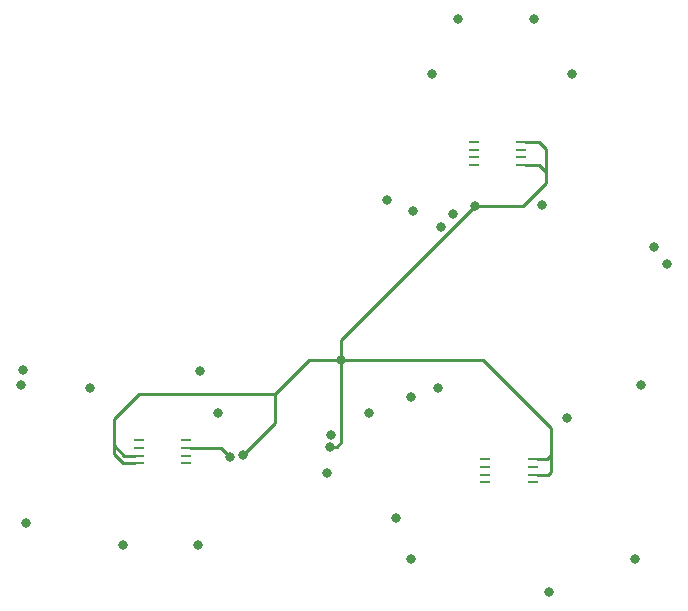
<source format=gbr>
%TF.GenerationSoftware,KiCad,Pcbnew,(5.1.12)-1*%
%TF.CreationDate,2022-11-07T03:47:31-06:00*%
%TF.ProjectId,perovskite_contact_board,7065726f-7673-46b6-9974-655f636f6e74,rev?*%
%TF.SameCoordinates,Original*%
%TF.FileFunction,Copper,L3,Inr*%
%TF.FilePolarity,Positive*%
%FSLAX46Y46*%
G04 Gerber Fmt 4.6, Leading zero omitted, Abs format (unit mm)*
G04 Created by KiCad (PCBNEW (5.1.12)-1) date 2022-11-07 03:47:31*
%MOMM*%
%LPD*%
G01*
G04 APERTURE LIST*
%TA.AperFunction,ComponentPad*%
%ADD10O,1.000000X0.250000*%
%TD*%
%TA.AperFunction,ViaPad*%
%ADD11C,0.800000*%
%TD*%
%TA.AperFunction,Conductor*%
%ADD12C,0.250000*%
%TD*%
G04 APERTURE END LIST*
D10*
%TO.N,GND*%
%TO.C,U6*%
X211050120Y-58744760D03*
%TO.N,Vdd*%
X215050120Y-58744760D03*
%TO.N,Alert3*%
X211050120Y-58094760D03*
%TO.N,GND*%
X215050120Y-58094760D03*
%TO.N,SCL*%
X211050120Y-57444760D03*
%TO.N,GND*%
X215050120Y-57444760D03*
%TO.N,SDA*%
X211050120Y-56794760D03*
%TO.N,Vdd*%
X215050120Y-56794760D03*
%TD*%
%TO.N,GND*%
%TO.C,U5*%
X212030560Y-85597640D03*
X216030560Y-85597640D03*
%TO.N,Alert2*%
X212030560Y-84947640D03*
%TO.N,Vdd*%
X216030560Y-84947640D03*
%TO.N,SCL*%
X212030560Y-84297640D03*
%TO.N,GND*%
X216030560Y-84297640D03*
%TO.N,SDA*%
X212030560Y-83647640D03*
%TO.N,Vdd*%
X216030560Y-83647640D03*
%TD*%
%TO.N,GND*%
%TO.C,U4*%
X186698640Y-82062680D03*
X182698640Y-82062680D03*
%TO.N,Alert1*%
X186698640Y-82712680D03*
%TO.N,GND*%
X182698640Y-82712680D03*
%TO.N,SCL*%
X186698640Y-83362680D03*
%TO.N,Vdd*%
X182698640Y-83362680D03*
%TO.N,SDA*%
X186698640Y-84012680D03*
%TO.N,Vdd*%
X182698640Y-84012680D03*
%TD*%
D11*
%TO.N,SDA*%
X202194160Y-79705200D03*
X198998840Y-81594960D03*
X216789000Y-62103000D03*
X203708000Y-61722000D03*
%TO.N,GND*%
X189357000Y-79756000D03*
X204470000Y-88646000D03*
X209296000Y-62865000D03*
%TO.N,Vdd*%
X199811640Y-75280520D03*
X191516000Y-83312000D03*
X198859120Y-82585153D03*
X211178140Y-62202060D03*
%TO.N,Alert1*%
X190373000Y-83439000D03*
%TO.N,Alert3*%
X205867000Y-62611000D03*
%TO.N,1*%
X172847000Y-76073000D03*
%TO.N,2*%
X172720000Y-77343000D03*
%TO.N,3*%
X187833000Y-76200000D03*
%TO.N,4*%
X187706000Y-90932000D03*
%TO.N,5*%
X181356000Y-90932000D03*
X178562000Y-77597000D03*
%TO.N,6*%
X173101000Y-89027000D03*
%TO.N,7*%
X208026000Y-77597000D03*
%TO.N,8*%
X218948000Y-80137000D03*
%TO.N,9*%
X225171000Y-77343000D03*
%TO.N,10*%
X217424000Y-94869000D03*
%TO.N,11*%
X224663000Y-92075000D03*
%TO.N,12*%
X205740000Y-92075000D03*
%TO.N,13*%
X209677000Y-46355000D03*
%TO.N,14*%
X207518000Y-51054000D03*
%TO.N,15*%
X216154000Y-46355000D03*
%TO.N,16*%
X226311280Y-65659000D03*
%TO.N,17*%
X219329000Y-51054000D03*
%TO.N,18*%
X208280000Y-64008000D03*
%TO.N,CP*%
X227411280Y-67101720D03*
X205740000Y-78359000D03*
X198628000Y-84836000D03*
%TD*%
D12*
%TO.N,Vdd*%
X199811640Y-75280520D02*
X197083680Y-75280520D01*
X197083680Y-75280520D02*
X194243960Y-78120240D01*
X194243960Y-78120240D02*
X182661560Y-78120240D01*
X182661560Y-78120240D02*
X180568600Y-80213200D01*
X180568600Y-80213200D02*
X180568600Y-82458560D01*
X181472720Y-83362680D02*
X182346990Y-83362680D01*
X180568600Y-82458560D02*
X181472720Y-83362680D01*
X180568600Y-83225640D02*
X180568600Y-82458560D01*
X181355640Y-84012680D02*
X180568600Y-83225640D01*
X182346990Y-84012680D02*
X181355640Y-84012680D01*
X199811640Y-75280520D02*
X199811640Y-73568560D01*
X199811640Y-73568560D02*
X211178140Y-62202060D01*
X217190320Y-60243720D02*
X215231980Y-62202060D01*
X215231980Y-62202060D02*
X211178140Y-62202060D01*
X216605760Y-58744760D02*
X217190320Y-59329320D01*
X215390760Y-58744760D02*
X216605760Y-58744760D01*
X217190320Y-59456320D02*
X217190320Y-57424320D01*
X217190320Y-59329320D02*
X217190320Y-59456320D01*
X217190320Y-59456320D02*
X217190320Y-60243720D01*
X216560760Y-56794760D02*
X215390760Y-56794760D01*
X217190320Y-57424320D02*
X216560760Y-56794760D01*
X199811640Y-75280520D02*
X211805520Y-75280520D01*
X211805520Y-75280520D02*
X217551000Y-81026000D01*
X217551000Y-81026000D02*
X217551000Y-83312000D01*
X217215360Y-83647640D02*
X216390760Y-83647640D01*
X217551000Y-83312000D02*
X217215360Y-83647640D01*
X217551000Y-83312000D02*
X217551000Y-84709000D01*
X217312360Y-84947640D02*
X216390760Y-84947640D01*
X217551000Y-84709000D02*
X217312360Y-84947640D01*
X194243960Y-80584040D02*
X191516000Y-83312000D01*
X194243960Y-78120240D02*
X194243960Y-80584040D01*
X199424805Y-82585153D02*
X198859120Y-82585153D01*
X199811640Y-82198318D02*
X199424805Y-82585153D01*
X199811640Y-75280520D02*
X199811640Y-82198318D01*
%TO.N,Alert1*%
X190373000Y-83439000D02*
X189611000Y-82677000D01*
X187047010Y-82677000D02*
X187047010Y-82712680D01*
X189611000Y-82677000D02*
X187047010Y-82677000D01*
%TD*%
M02*

</source>
